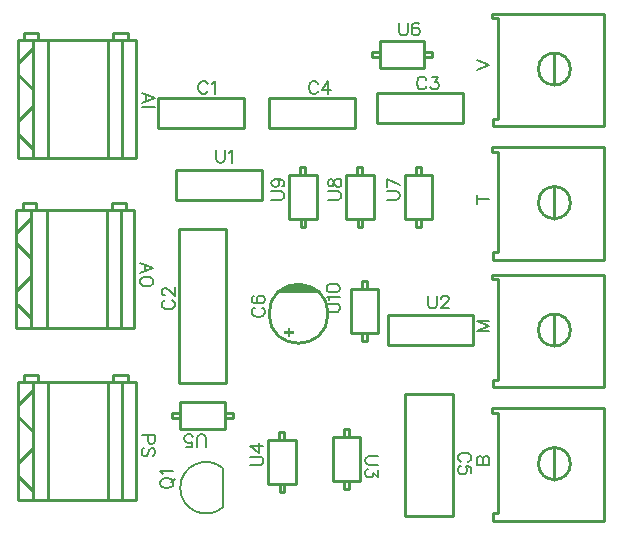
<source format=gto>
G04 Layer: TopSilkscreenLayer*
G04 EasyEDA v6.5.22, 2022-11-10 10:58:02*
G04 b15eef10417c41dab364ff867fe718c8,4d8ab2db40884aeb91e54047068f32cb,10*
G04 Gerber Generator version 0.2*
G04 Scale: 100 percent, Rotated: No, Reflected: No *
G04 Dimensions in inches *
G04 leading zeros omitted , absolute positions ,3 integer and 6 decimal *
%FSLAX36Y36*%
%MOIN*%

%ADD10C,0.0060*%
%ADD11C,0.0100*%
%ADD12C,0.0060*%

%LPD*%
D10*
X835399Y1448600D02*
G01*
X792500Y1465000D01*
X835399Y1448600D02*
G01*
X792500Y1432300D01*
X806800Y1458899D02*
G01*
X806800Y1438400D01*
X835399Y1418800D02*
G01*
X792500Y1418800D01*
X830399Y883600D02*
G01*
X787500Y900000D01*
X830399Y883600D02*
G01*
X787500Y867300D01*
X801800Y893899D02*
G01*
X801800Y873400D01*
X830399Y841500D02*
G01*
X828400Y845599D01*
X824300Y849699D01*
X820200Y851700D01*
X813999Y853800D01*
X803800Y853800D01*
X797700Y851700D01*
X793599Y849699D01*
X789499Y845599D01*
X787500Y841500D01*
X787500Y833299D01*
X789499Y829200D01*
X793599Y825100D01*
X797700Y823099D01*
X803800Y820999D01*
X813999Y820999D01*
X820200Y823099D01*
X824300Y825100D01*
X828400Y829200D01*
X830399Y833299D01*
X830399Y841500D01*
X835399Y325000D02*
G01*
X792500Y325000D01*
X835399Y325000D02*
G01*
X835399Y306599D01*
X833400Y300500D01*
X831300Y298400D01*
X827200Y296399D01*
X821099Y296399D01*
X816999Y298400D01*
X815000Y300500D01*
X812899Y306599D01*
X812899Y325000D01*
X829300Y254200D02*
G01*
X833400Y258299D01*
X835399Y264499D01*
X835399Y272600D01*
X833400Y278800D01*
X829300Y282899D01*
X825200Y282899D01*
X821099Y280799D01*
X818999Y278800D01*
X816999Y274699D01*
X812899Y262399D01*
X810900Y258299D01*
X808800Y256300D01*
X804700Y254200D01*
X798599Y254200D01*
X794499Y258299D01*
X792500Y264499D01*
X792500Y272600D01*
X794499Y278800D01*
X798599Y282899D01*
X1012299Y1495199D02*
G01*
X1010200Y1499299D01*
X1006099Y1503400D01*
X1002100Y1505399D01*
X993900Y1505399D01*
X989799Y1503400D01*
X985699Y1499299D01*
X983599Y1495199D01*
X981599Y1489000D01*
X981599Y1478800D01*
X983599Y1472699D01*
X985699Y1468600D01*
X989799Y1464499D01*
X993900Y1462500D01*
X1002100Y1462500D01*
X1006099Y1464499D01*
X1010200Y1468600D01*
X1012299Y1472699D01*
X1025799Y1497199D02*
G01*
X1029899Y1499299D01*
X1036000Y1505399D01*
X1036000Y1462500D01*
X869799Y775700D02*
G01*
X865699Y773600D01*
X861599Y769499D01*
X859600Y765500D01*
X859600Y757300D01*
X861599Y753200D01*
X865699Y749099D01*
X869799Y746999D01*
X876000Y745000D01*
X886199Y745000D01*
X892299Y746999D01*
X896400Y749099D01*
X900500Y753200D01*
X902500Y757300D01*
X902500Y765500D01*
X900500Y769499D01*
X896400Y773600D01*
X892299Y775700D01*
X869799Y791199D02*
G01*
X867799Y791199D01*
X863699Y793299D01*
X861599Y795300D01*
X859600Y799400D01*
X859600Y807600D01*
X861599Y811700D01*
X863699Y813699D01*
X867799Y815799D01*
X871899Y815799D01*
X876000Y813699D01*
X882100Y809600D01*
X902500Y789200D01*
X902500Y817800D01*
X1740699Y1510199D02*
G01*
X1738599Y1514299D01*
X1734499Y1518400D01*
X1730500Y1520399D01*
X1722299Y1520399D01*
X1718199Y1518400D01*
X1714099Y1514299D01*
X1711999Y1510199D01*
X1710000Y1504000D01*
X1710000Y1493800D01*
X1711999Y1487699D01*
X1714099Y1483600D01*
X1718199Y1479499D01*
X1722299Y1477500D01*
X1730500Y1477500D01*
X1734499Y1479499D01*
X1738599Y1483600D01*
X1740699Y1487699D01*
X1758299Y1520399D02*
G01*
X1780799Y1520399D01*
X1768500Y1504000D01*
X1774600Y1504000D01*
X1778699Y1501999D01*
X1780799Y1500000D01*
X1782799Y1493800D01*
X1782799Y1489699D01*
X1780799Y1483600D01*
X1776700Y1479499D01*
X1770500Y1477500D01*
X1764399Y1477500D01*
X1758299Y1479499D01*
X1756199Y1481500D01*
X1754200Y1485599D01*
X1380699Y1495199D02*
G01*
X1378599Y1499299D01*
X1374499Y1503400D01*
X1370500Y1505399D01*
X1362299Y1505399D01*
X1358199Y1503400D01*
X1354099Y1499299D01*
X1351999Y1495199D01*
X1350000Y1489000D01*
X1350000Y1478800D01*
X1351999Y1472699D01*
X1354099Y1468600D01*
X1358199Y1464499D01*
X1362299Y1462500D01*
X1370500Y1462500D01*
X1374499Y1464499D01*
X1378599Y1468600D01*
X1380699Y1472699D01*
X1414600Y1505399D02*
G01*
X1394200Y1476799D01*
X1424899Y1476799D01*
X1414600Y1505399D02*
G01*
X1414600Y1462500D01*
X1880200Y236664D02*
G01*
X1884300Y238764D01*
X1888400Y242865D01*
X1890399Y246864D01*
X1890399Y255064D01*
X1888400Y259164D01*
X1884300Y263265D01*
X1880200Y265365D01*
X1873999Y267364D01*
X1863800Y267364D01*
X1857700Y265365D01*
X1853599Y263265D01*
X1849499Y259164D01*
X1847500Y255064D01*
X1847500Y246864D01*
X1849499Y242865D01*
X1853599Y238764D01*
X1857700Y236664D01*
X1890399Y198665D02*
G01*
X1890399Y219065D01*
X1871999Y221165D01*
X1873999Y219065D01*
X1876099Y212964D01*
X1876099Y206864D01*
X1873999Y200664D01*
X1870000Y196565D01*
X1863800Y194564D01*
X1859700Y194564D01*
X1853599Y196565D01*
X1849499Y200664D01*
X1847500Y206864D01*
X1847500Y212964D01*
X1849499Y219065D01*
X1851499Y221165D01*
X1855600Y223164D01*
X1169799Y750700D02*
G01*
X1165699Y748600D01*
X1161599Y744499D01*
X1159600Y740500D01*
X1159600Y732300D01*
X1161599Y728200D01*
X1165699Y724099D01*
X1169799Y721999D01*
X1176000Y720000D01*
X1186199Y720000D01*
X1192299Y721999D01*
X1196400Y724099D01*
X1200500Y728200D01*
X1202500Y732300D01*
X1202500Y740500D01*
X1200500Y744499D01*
X1196400Y748600D01*
X1192299Y750700D01*
X1165699Y788699D02*
G01*
X1161599Y786700D01*
X1159600Y780500D01*
X1159600Y776500D01*
X1161599Y770300D01*
X1167799Y766199D01*
X1178000Y764200D01*
X1188199Y764200D01*
X1196400Y766199D01*
X1200500Y770300D01*
X1202500Y776500D01*
X1202500Y778499D01*
X1200500Y784600D01*
X1196400Y788699D01*
X1190299Y790799D01*
X1188199Y790799D01*
X1182100Y788699D01*
X1178000Y784600D01*
X1176000Y778499D01*
X1176000Y776500D01*
X1178000Y770300D01*
X1182100Y766199D01*
X1188199Y764200D01*
X854660Y161439D02*
G01*
X856660Y157339D01*
X860760Y153240D01*
X864859Y151140D01*
X871059Y149140D01*
X881260Y149140D01*
X887359Y151140D01*
X891459Y153240D01*
X895559Y157339D01*
X897560Y161439D01*
X897560Y169639D01*
X895559Y173640D01*
X891459Y177739D01*
X887359Y179839D01*
X881260Y181840D01*
X871059Y181840D01*
X864859Y179839D01*
X860760Y177739D01*
X856660Y173640D01*
X854660Y169639D01*
X854660Y161439D01*
X889459Y167539D02*
G01*
X901660Y179839D01*
X862860Y195340D02*
G01*
X860760Y199439D01*
X854660Y205639D01*
X897560Y205639D01*
X1041599Y1275399D02*
G01*
X1041599Y1244699D01*
X1043599Y1238600D01*
X1047700Y1234499D01*
X1053900Y1232500D01*
X1058000Y1232500D01*
X1064099Y1234499D01*
X1068199Y1238600D01*
X1070200Y1244699D01*
X1070200Y1275399D01*
X1083699Y1267199D02*
G01*
X1087799Y1269299D01*
X1093999Y1275399D01*
X1093999Y1232500D01*
X1746599Y790399D02*
G01*
X1746599Y759699D01*
X1748599Y753600D01*
X1752700Y749499D01*
X1758900Y747500D01*
X1763000Y747500D01*
X1769099Y749499D01*
X1773199Y753600D01*
X1775200Y759699D01*
X1775200Y790399D01*
X1790799Y780199D02*
G01*
X1790799Y782199D01*
X1792799Y786300D01*
X1794899Y788400D01*
X1798999Y790399D01*
X1807100Y790399D01*
X1811199Y788400D01*
X1813299Y786300D01*
X1815299Y782199D01*
X1815299Y778099D01*
X1813299Y774000D01*
X1809200Y767899D01*
X1788699Y747500D01*
X1817399Y747500D01*
X1580399Y255000D02*
G01*
X1549700Y255000D01*
X1543599Y253000D01*
X1539499Y248899D01*
X1537500Y242699D01*
X1537500Y238600D01*
X1539499Y232500D01*
X1543599Y228400D01*
X1549700Y226399D01*
X1580399Y226399D01*
X1580399Y208800D02*
G01*
X1580399Y186300D01*
X1563999Y198499D01*
X1563999Y192399D01*
X1561999Y188299D01*
X1560000Y186300D01*
X1553800Y184200D01*
X1549700Y184200D01*
X1543599Y186300D01*
X1539499Y190399D01*
X1537500Y196500D01*
X1537500Y202600D01*
X1539499Y208800D01*
X1541499Y210799D01*
X1545600Y212899D01*
X1154600Y225000D02*
G01*
X1185299Y225000D01*
X1191400Y226999D01*
X1195500Y231100D01*
X1197500Y237300D01*
X1197500Y241399D01*
X1195500Y247500D01*
X1191400Y251599D01*
X1185299Y253600D01*
X1154600Y253600D01*
X1154600Y287600D02*
G01*
X1183199Y267100D01*
X1183199Y297800D01*
X1154600Y287600D02*
G01*
X1197500Y287600D01*
X1005000Y284600D02*
G01*
X1005000Y315300D01*
X1003000Y321399D01*
X998900Y325500D01*
X992700Y327500D01*
X988599Y327500D01*
X982500Y325500D01*
X978400Y321399D01*
X976400Y315300D01*
X976400Y284600D01*
X938299Y284600D02*
G01*
X958800Y284600D01*
X960799Y303000D01*
X958800Y300999D01*
X952600Y298899D01*
X946499Y298899D01*
X940399Y300999D01*
X936300Y305000D01*
X934200Y311199D01*
X934200Y315300D01*
X936300Y321399D01*
X940399Y325500D01*
X946499Y327500D01*
X952600Y327500D01*
X958800Y325500D01*
X960799Y323499D01*
X962899Y319400D01*
X1650000Y1700399D02*
G01*
X1650000Y1669699D01*
X1651999Y1663600D01*
X1656099Y1659499D01*
X1662299Y1657500D01*
X1666400Y1657500D01*
X1672500Y1659499D01*
X1676599Y1663600D01*
X1678599Y1669699D01*
X1678599Y1700399D01*
X1716700Y1694299D02*
G01*
X1714600Y1698400D01*
X1708500Y1700399D01*
X1704399Y1700399D01*
X1698299Y1698400D01*
X1694200Y1692199D01*
X1692100Y1681999D01*
X1692100Y1671799D01*
X1694200Y1663600D01*
X1698299Y1659499D01*
X1704399Y1657500D01*
X1706499Y1657500D01*
X1712600Y1659499D01*
X1716700Y1663600D01*
X1718699Y1669699D01*
X1718699Y1671799D01*
X1716700Y1677899D01*
X1712600Y1681999D01*
X1706499Y1684000D01*
X1704399Y1684000D01*
X1698299Y1681999D01*
X1694200Y1677899D01*
X1692100Y1671799D01*
X1609600Y1110000D02*
G01*
X1640299Y1110000D01*
X1646400Y1111999D01*
X1650500Y1116100D01*
X1652500Y1122300D01*
X1652500Y1126399D01*
X1650500Y1132500D01*
X1646400Y1136599D01*
X1640299Y1138600D01*
X1609600Y1138600D01*
X1609600Y1180799D02*
G01*
X1652500Y1160300D01*
X1609600Y1152100D02*
G01*
X1609600Y1180799D01*
X1414600Y1110000D02*
G01*
X1445299Y1110000D01*
X1451400Y1111999D01*
X1455500Y1116100D01*
X1457500Y1122300D01*
X1457500Y1126399D01*
X1455500Y1132500D01*
X1451400Y1136599D01*
X1445299Y1138600D01*
X1414600Y1138600D01*
X1414600Y1162399D02*
G01*
X1416599Y1156199D01*
X1420699Y1154200D01*
X1424799Y1154200D01*
X1428900Y1156199D01*
X1431000Y1160300D01*
X1433000Y1168499D01*
X1435000Y1174600D01*
X1439099Y1178699D01*
X1443199Y1180799D01*
X1449399Y1180799D01*
X1453500Y1178699D01*
X1455500Y1176700D01*
X1457500Y1170500D01*
X1457500Y1162399D01*
X1455500Y1156199D01*
X1453500Y1154200D01*
X1449399Y1152100D01*
X1443199Y1152100D01*
X1439099Y1154200D01*
X1435000Y1158299D01*
X1433000Y1164400D01*
X1431000Y1172600D01*
X1428900Y1176700D01*
X1424799Y1178699D01*
X1420699Y1178699D01*
X1416599Y1176700D01*
X1414600Y1170500D01*
X1414600Y1162399D01*
X1224600Y1110000D02*
G01*
X1255299Y1110000D01*
X1261400Y1111999D01*
X1265500Y1116100D01*
X1267500Y1122300D01*
X1267500Y1126399D01*
X1265500Y1132500D01*
X1261400Y1136599D01*
X1255299Y1138600D01*
X1224600Y1138600D01*
X1238900Y1178699D02*
G01*
X1245000Y1176700D01*
X1249099Y1172600D01*
X1251199Y1166500D01*
X1251199Y1164400D01*
X1249099Y1158299D01*
X1245000Y1154200D01*
X1238900Y1152100D01*
X1236899Y1152100D01*
X1230699Y1154200D01*
X1226599Y1158299D01*
X1224600Y1164400D01*
X1224600Y1166500D01*
X1226599Y1172600D01*
X1230699Y1176700D01*
X1238900Y1178699D01*
X1249099Y1178699D01*
X1259399Y1176700D01*
X1265500Y1172600D01*
X1267500Y1166500D01*
X1267500Y1162399D01*
X1265500Y1156199D01*
X1261400Y1154200D01*
X1409600Y735000D02*
G01*
X1440299Y735000D01*
X1446400Y736999D01*
X1450500Y741100D01*
X1452500Y747300D01*
X1452500Y751399D01*
X1450500Y757500D01*
X1446400Y761599D01*
X1440299Y763600D01*
X1409600Y763600D01*
X1417799Y777100D02*
G01*
X1415699Y781199D01*
X1409600Y787399D01*
X1452500Y787399D01*
X1409600Y813099D02*
G01*
X1411599Y806999D01*
X1417799Y802899D01*
X1428000Y800900D01*
X1434099Y800900D01*
X1444399Y802899D01*
X1450500Y806999D01*
X1452500Y813099D01*
X1452500Y817199D01*
X1450500Y823400D01*
X1444399Y827500D01*
X1434099Y829499D01*
X1428000Y829499D01*
X1417799Y827500D01*
X1411599Y823400D01*
X1409600Y817199D01*
X1409600Y813099D01*
X1908707Y226574D02*
G01*
X1951607Y226574D01*
X1908707Y226574D02*
G01*
X1908707Y244974D01*
X1910707Y251075D01*
X1912807Y253175D01*
X1916907Y255174D01*
X1921006Y255174D01*
X1925106Y253175D01*
X1927106Y251075D01*
X1929107Y244974D01*
X1929107Y226574D02*
G01*
X1929107Y244974D01*
X1931207Y251075D01*
X1933207Y253175D01*
X1937307Y255174D01*
X1943506Y255174D01*
X1947606Y253175D01*
X1949606Y251075D01*
X1951607Y244974D01*
X1951607Y226574D01*
X1908707Y671574D02*
G01*
X1951607Y671574D01*
X1908707Y671574D02*
G01*
X1951607Y687975D01*
X1908707Y704274D02*
G01*
X1951607Y687975D01*
X1908707Y704274D02*
G01*
X1951607Y704274D01*
X1908707Y1110875D02*
G01*
X1951607Y1110875D01*
X1908707Y1096574D02*
G01*
X1908707Y1125174D01*
X1908707Y1541574D02*
G01*
X1951607Y1557975D01*
X1908707Y1574274D02*
G01*
X1951607Y1557975D01*
G36*
X1313600Y828420D02*
G01*
X1307980Y828180D01*
X1302380Y827620D01*
X1296840Y826740D01*
X1291339Y825540D01*
X1285920Y824040D01*
X1280600Y822220D01*
X1275400Y820100D01*
X1270320Y817700D01*
X1265380Y815000D01*
X1260620Y812039D01*
X1256020Y808800D01*
X1251620Y805300D01*
X1247420Y801560D01*
X1245400Y799599D01*
X1384600Y799599D01*
X1380520Y803460D01*
X1376200Y807080D01*
X1371699Y810440D01*
X1367020Y813560D01*
X1362180Y816380D01*
X1357160Y818940D01*
X1352020Y821200D01*
X1346740Y823160D01*
X1344079Y824040D01*
X1338660Y825540D01*
X1333160Y826740D01*
X1327620Y827620D01*
X1322020Y828180D01*
X1316399Y828420D01*
G37*
G36*
X1279560Y682760D02*
G01*
X1279560Y651260D01*
X1287440Y651260D01*
X1287440Y682760D01*
G37*
G36*
X1267760Y670939D02*
G01*
X1267760Y663080D01*
X1299259Y663080D01*
X1299259Y670939D01*
G37*
D11*
X772912Y1641457D02*
G01*
X772912Y1252087D01*
X772912Y1641457D02*
G01*
X379214Y1641457D01*
X379214Y1640275D02*
G01*
X379214Y1248542D01*
X772912Y1248542D02*
G01*
X379214Y1248542D01*
X680000Y1641457D02*
G01*
X680000Y1248542D01*
X745050Y1665000D02*
G01*
X745050Y1641377D01*
X698236Y1665000D02*
G01*
X745050Y1665000D01*
X698236Y1641377D02*
G01*
X698236Y1665000D01*
X400000Y1665000D02*
G01*
X445050Y1665000D01*
X445050Y1641377D01*
X400000Y1641377D02*
G01*
X400000Y1665000D01*
X428892Y1280144D02*
G01*
X384659Y1324378D01*
X380787Y1324378D01*
X380787Y1373377D02*
G01*
X428892Y1421484D01*
X428892Y1426377D01*
X428892Y1479378D02*
G01*
X380893Y1527377D01*
X380787Y1527377D01*
X380787Y1566377D02*
G01*
X427786Y1613377D01*
X428892Y1613377D01*
X428894Y1641457D02*
G01*
X428894Y1248542D01*
X482808Y1641457D02*
G01*
X481471Y1640122D01*
X481471Y1248542D01*
X726806Y1641457D02*
G01*
X726806Y1248542D01*
X767912Y1076457D02*
G01*
X767912Y687087D01*
X767912Y1076457D02*
G01*
X374214Y1076457D01*
X374214Y1075275D02*
G01*
X374214Y683542D01*
X767912Y683542D02*
G01*
X374214Y683542D01*
X675000Y1076457D02*
G01*
X675000Y683542D01*
X740050Y1100000D02*
G01*
X740050Y1076377D01*
X693236Y1100000D02*
G01*
X740050Y1100000D01*
X693236Y1076377D02*
G01*
X693236Y1100000D01*
X395000Y1100000D02*
G01*
X440050Y1100000D01*
X440050Y1076377D01*
X395000Y1076377D02*
G01*
X395000Y1100000D01*
X423892Y715144D02*
G01*
X379659Y759378D01*
X375787Y759378D01*
X375787Y808377D02*
G01*
X423892Y856484D01*
X423892Y861377D01*
X423892Y914378D02*
G01*
X375893Y962377D01*
X375787Y962377D01*
X375787Y1001377D02*
G01*
X422786Y1048377D01*
X423892Y1048377D01*
X423894Y1076457D02*
G01*
X423894Y683542D01*
X477808Y1076457D02*
G01*
X476471Y1075122D01*
X476471Y683542D01*
X721806Y1076457D02*
G01*
X721806Y683542D01*
X772912Y501457D02*
G01*
X772912Y112087D01*
X772912Y501457D02*
G01*
X379214Y501457D01*
X379214Y500275D02*
G01*
X379214Y108542D01*
X772912Y108542D02*
G01*
X379214Y108542D01*
X680000Y501457D02*
G01*
X680000Y108542D01*
X745050Y525000D02*
G01*
X745050Y501377D01*
X698236Y525000D02*
G01*
X745050Y525000D01*
X698236Y501377D02*
G01*
X698236Y525000D01*
X400000Y525000D02*
G01*
X445050Y525000D01*
X445050Y501377D01*
X400000Y501377D02*
G01*
X400000Y525000D01*
X428892Y140144D02*
G01*
X384659Y184378D01*
X380787Y184378D01*
X380787Y233377D02*
G01*
X428892Y281484D01*
X428892Y286377D01*
X428892Y339378D02*
G01*
X380893Y387377D01*
X380787Y387377D01*
X380787Y426377D02*
G01*
X427786Y473377D01*
X428892Y473377D01*
X428894Y501457D02*
G01*
X428894Y108542D01*
X482808Y501457D02*
G01*
X481471Y500122D01*
X481471Y108542D01*
X726806Y501457D02*
G01*
X726806Y108542D01*
X848267Y1350787D02*
G01*
X848267Y1449212D01*
X848267Y1350787D02*
G01*
X1131732Y1350787D01*
X848267Y1449212D02*
G01*
X1131732Y1449212D01*
X1131732Y1449212D02*
G01*
X1131732Y1350787D01*
X916260Y499099D02*
G01*
X916260Y1010909D01*
X916260Y1010909D02*
G01*
X1073739Y1010909D01*
X1073739Y1010909D02*
G01*
X1073739Y499099D01*
X1073739Y499099D02*
G01*
X916260Y499099D01*
X1578270Y1464209D02*
G01*
X1578270Y1365790D01*
X1578270Y1464209D02*
G01*
X1861729Y1464209D01*
X1861729Y1365790D02*
G01*
X1861729Y1464209D01*
X1861729Y1365790D02*
G01*
X1578270Y1365790D01*
X1218270Y1449209D02*
G01*
X1218270Y1350790D01*
X1218270Y1449209D02*
G01*
X1501729Y1449209D01*
X1501729Y1350790D02*
G01*
X1501729Y1449209D01*
X1501729Y1350790D02*
G01*
X1218270Y1350790D01*
X1828739Y462755D02*
G01*
X1828739Y57242D01*
X1671260Y462755D02*
G01*
X1671260Y57242D01*
X1671260Y462755D02*
G01*
X1828739Y462755D01*
X1671260Y57242D02*
G01*
X1828739Y57242D01*
D12*
X1063306Y85043D02*
G01*
X1063306Y214965D01*
D11*
X908270Y1209209D02*
G01*
X1141589Y1209209D01*
X1141589Y1209209D01*
X1191729Y1209209D01*
X1191732Y1209212D02*
G01*
X1191732Y1110787D01*
X908267Y1110787D02*
G01*
X908267Y1209212D01*
X908267Y1110787D02*
G01*
X1191732Y1110787D01*
X1613270Y724209D02*
G01*
X1846589Y724209D01*
X1846589Y724209D01*
X1896729Y724209D01*
X1896732Y724212D02*
G01*
X1896732Y625787D01*
X1613267Y625787D02*
G01*
X1613267Y724212D01*
X1613267Y625787D02*
G01*
X1896732Y625787D01*
X1483666Y171102D02*
G01*
X1483666Y144605D01*
X1467125Y144605D01*
X1467125Y171102D01*
X1466260Y171102D01*
X1482926Y318897D02*
G01*
X1482926Y345392D01*
X1467125Y345392D01*
X1467125Y318897D01*
X1466260Y318897D01*
X1429723Y318897D02*
G01*
X1429723Y171102D01*
X1520276Y318897D02*
G01*
X1520276Y171102D01*
X1520276Y171102D02*
G01*
X1429723Y171102D01*
X1520276Y318897D02*
G01*
X1429723Y318897D01*
X1251333Y308897D02*
G01*
X1251333Y335394D01*
X1267874Y335394D01*
X1267874Y308897D01*
X1268739Y308897D01*
X1252073Y161102D02*
G01*
X1252073Y134607D01*
X1267874Y134607D01*
X1267874Y161102D01*
X1268739Y161102D01*
X1305276Y161102D02*
G01*
X1305276Y308897D01*
X1214723Y161102D02*
G01*
X1214723Y308897D01*
X1214723Y308897D02*
G01*
X1305276Y308897D01*
X1214723Y161102D02*
G01*
X1305276Y161102D01*
X921102Y381332D02*
G01*
X894606Y381332D01*
X894606Y397874D01*
X921102Y397874D01*
X921102Y398739D01*
X1068897Y382073D02*
G01*
X1095393Y382073D01*
X1095393Y397874D01*
X1068897Y397874D01*
X1068897Y398739D01*
X1068897Y435275D02*
G01*
X921102Y435275D01*
X1068897Y344724D02*
G01*
X921102Y344724D01*
X921102Y344724D02*
G01*
X921102Y435275D01*
X1068897Y344724D02*
G01*
X1068897Y435275D01*
X1733897Y1603667D02*
G01*
X1760393Y1603667D01*
X1760393Y1587125D01*
X1733897Y1587125D01*
X1733897Y1586260D01*
X1586102Y1602926D02*
G01*
X1559606Y1602926D01*
X1559606Y1587125D01*
X1586102Y1587125D01*
X1586102Y1586260D01*
X1586102Y1549724D02*
G01*
X1733897Y1549724D01*
X1586102Y1640275D02*
G01*
X1733897Y1640275D01*
X1733897Y1640275D02*
G01*
X1733897Y1549724D01*
X1586102Y1640275D02*
G01*
X1586102Y1549724D01*
X1706333Y1193897D02*
G01*
X1706333Y1220394D01*
X1722874Y1220394D01*
X1722874Y1193897D01*
X1723739Y1193897D01*
X1707073Y1046102D02*
G01*
X1707073Y1019607D01*
X1722874Y1019607D01*
X1722874Y1046102D01*
X1723739Y1046102D01*
X1760276Y1046102D02*
G01*
X1760276Y1193897D01*
X1669723Y1046102D02*
G01*
X1669723Y1193897D01*
X1669723Y1193897D02*
G01*
X1760276Y1193897D01*
X1669723Y1046102D02*
G01*
X1760276Y1046102D01*
X1511333Y1193897D02*
G01*
X1511333Y1220394D01*
X1527874Y1220394D01*
X1527874Y1193897D01*
X1528739Y1193897D01*
X1512073Y1046102D02*
G01*
X1512073Y1019607D01*
X1527874Y1019607D01*
X1527874Y1046102D01*
X1528739Y1046102D01*
X1565276Y1046102D02*
G01*
X1565276Y1193897D01*
X1474723Y1046102D02*
G01*
X1474723Y1193897D01*
X1474723Y1193897D02*
G01*
X1565276Y1193897D01*
X1474723Y1046102D02*
G01*
X1565276Y1046102D01*
X1321333Y1193897D02*
G01*
X1321333Y1220394D01*
X1337874Y1220394D01*
X1337874Y1193897D01*
X1338739Y1193897D01*
X1322073Y1046102D02*
G01*
X1322073Y1019607D01*
X1337874Y1019607D01*
X1337874Y1046102D01*
X1338739Y1046102D01*
X1375276Y1046102D02*
G01*
X1375276Y1193897D01*
X1284723Y1046102D02*
G01*
X1284723Y1193897D01*
X1284723Y1193897D02*
G01*
X1375276Y1193897D01*
X1284723Y1046102D02*
G01*
X1375276Y1046102D01*
X1526333Y813897D02*
G01*
X1526333Y840394D01*
X1542874Y840394D01*
X1542874Y813897D01*
X1543739Y813897D01*
X1527073Y666102D02*
G01*
X1527073Y639607D01*
X1542874Y639607D01*
X1542874Y666102D01*
X1543739Y666102D01*
X1580276Y666102D02*
G01*
X1580276Y813897D01*
X1489723Y666102D02*
G01*
X1489723Y813897D01*
X1489723Y813897D02*
G01*
X1580276Y813897D01*
X1489723Y666102D02*
G01*
X1580276Y666102D01*
X1963307Y40000D02*
G01*
X2333307Y40000D01*
X2333307Y415000D01*
X1958307Y415000D01*
X1958307Y400000D01*
X1978307Y400000D01*
X1978307Y65000D01*
X1963307Y65000D01*
X1963307Y40000D01*
X2167988Y283285D02*
G01*
X2167988Y176574D01*
X1963307Y485000D02*
G01*
X2333307Y485000D01*
X2333307Y860000D01*
X1958307Y860000D01*
X1958307Y845000D01*
X1978307Y845000D01*
X1978307Y510000D01*
X1963307Y510000D01*
X1963307Y485000D01*
X2167988Y728285D02*
G01*
X2167988Y621574D01*
X1963307Y910000D02*
G01*
X2333307Y910000D01*
X2333307Y1285000D01*
X1958307Y1285000D01*
X1958307Y1270000D01*
X1978307Y1270000D01*
X1978307Y935000D01*
X1963307Y935000D01*
X1963307Y910000D01*
X2167988Y1153285D02*
G01*
X2167988Y1046574D01*
X1963307Y1355000D02*
G01*
X2333307Y1355000D01*
X2333307Y1730000D01*
X1958307Y1730000D01*
X1958307Y1715000D01*
X1978307Y1715000D01*
X1978307Y1380000D01*
X1963307Y1380000D01*
X1963307Y1355000D01*
X2167988Y1598285D02*
G01*
X2167988Y1491574D01*
D12*
G75*
G01*
X1063306Y214965D02*
G03*
X1063260Y85040I-56578J-64942D01*
D11*
G75*
G01*
X2114689Y229975D02*
G03*
X2114689Y230975I53284J500D01*
G75*
G01*
X2114689Y674975D02*
G03*
X2114689Y675975I53284J500D01*
G75*
G01*
X2114689Y1099975D02*
G03*
X2114689Y1100975I53284J500D01*
G75*
G01*
X2114689Y1544975D02*
G03*
X2114689Y1545975I53284J500D01*
G75*
G01
X1413430Y730000D02*
G03X1413430Y730000I-98430J0D01*
M02*

</source>
